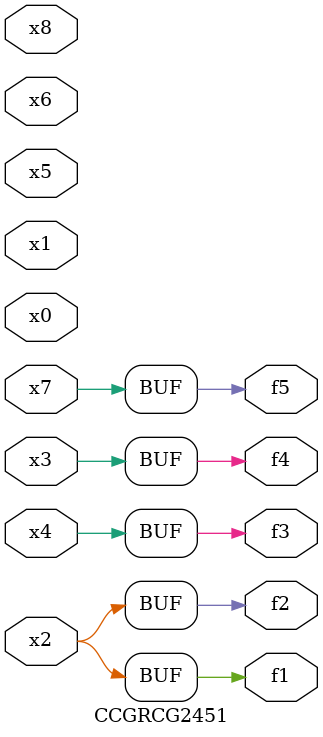
<source format=v>
module CCGRCG2451(
	input x0, x1, x2, x3, x4, x5, x6, x7, x8,
	output f1, f2, f3, f4, f5
);
	assign f1 = x2;
	assign f2 = x2;
	assign f3 = x4;
	assign f4 = x3;
	assign f5 = x7;
endmodule

</source>
